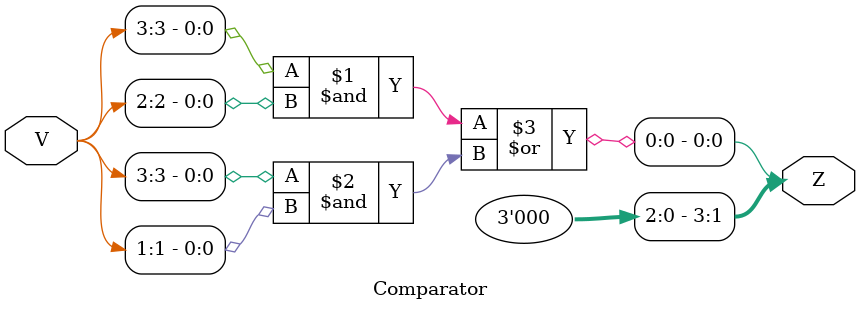
<source format=v>

module Comparator(V, Z);

	input [3:0] V;
	output [3:0] Z;


//=======================================================
//  Structural coding
//=======================================================

	assign Z[3:1] = 1'b0;
	assign Z[0] = V[3]&V[2] | V[3]&V[1];

endmodule 
</source>
